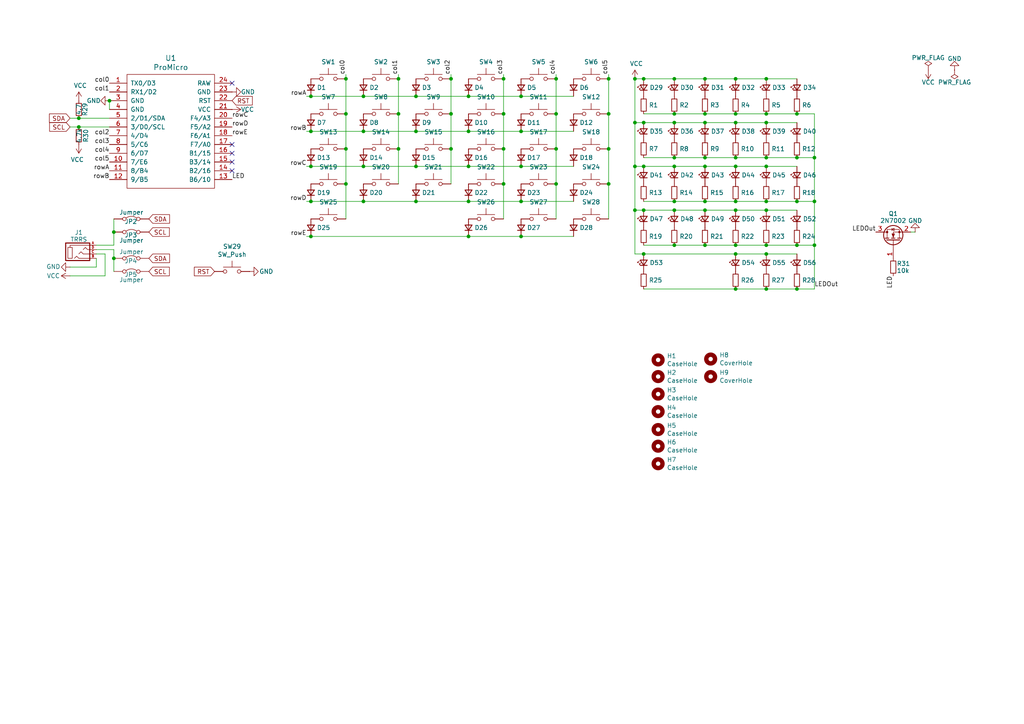
<source format=kicad_sch>
(kicad_sch (version 20250114) (generator "eeschema") (generator_version "9.0")
  (paper "A4")
  (lib_symbols
    (symbol "Device:D_Small" (pin_numbers (hide yes)) (pin_names (offset 0.254) (hide yes))
      (property "Reference" "D" (at -1.27 2.032 0))
      (property "Value" "D_Small" (at -3.81 -2.032 0))
      (symbol "D_Small_1_1"
        (pin passive line (at -2.54 0 0) (length 1.778) (name "K") (number "1"))
        (pin passive line (at 2.54 0 180) (length 1.778) (name "A") (number "2"))
      )
    )
    (symbol "Device:LED_Small" (pin_numbers (hide yes)) (pin_names (offset 0.254) (hide yes))
      (property "Reference" "D" (at -1.27 3.175 0))
      (property "Value" "LED_Small" (at -4.445 -2.54 0))
      (symbol "LED_Small_1_1"
        (pin passive line (at -2.54 0 0) (length 1.778) (name "K") (number "1"))
        (pin passive line (at 2.54 0 180) (length 1.778) (name "A") (number "2"))
      )
    )
    (symbol "Device:R_Small" (pin_numbers (hide yes)) (pin_names (offset 0.254) (hide yes))
      (property "Reference" "R" (at 0 0 90))
      (property "Value" "R_Small" (at 1.778 0 90))
      (symbol "R_Small_1_1"
        (pin passive line (at 0 2.54 270) (length 0.762) (name "~") (number "1"))
        (pin passive line (at 0 -2.54 90) (length 0.762) (name "~") (number "2"))
      )
    )
    (symbol "Jumper:Jumper_2_Bridged" (pin_numbers (hide yes)) (pin_names (offset 0) (hide yes))
      (property "Reference" "JP" (at 0 1.905 0))
      (property "Value" "Jumper_2_Bridged" (at 0 -2.54 0))
      (symbol "Jumper_2_Bridged_1_1"
        (pin passive line (at -5.08 0 0) (length 2.54) (name "A") (number "1"))
        (pin passive line (at 5.08 0 180) (length 2.54) (name "B") (number "2"))
      )
    )
    (symbol "Mechanical:MountingHole" (pin_names (offset 1.016)) (in_bom no)
      (property "Reference" "H" (at 0 5.08 0))
      (property "Value" "MountingHole" (at 0 3.175 0))
    )
    (symbol "Switch:SW_Push" (pin_numbers (hide yes)) (pin_names (offset 1.016) (hide yes))
      (property "Reference" "SW" (at 1.27 2.54 0))
      (property "Value" "SW_Push" (at 0 -1.524 0))
      (symbol "SW_Push_0_1"
        (pin passive line (at -5.08 0 0) (length 2.54) (name "1") (number "1"))
        (pin passive line (at 5.08 0 180) (length 2.54) (name "2") (number "2"))
      )
    )
    (symbol "Transistor_FET:2N7002" (pin_names (offset 0) (hide yes))
      (property "Reference" "Q" (at 5.08 1.905 0))
      (property "Value" "2N7002" (at 5.08 0 0))
      (symbol "2N7002_1_1"
        (pin input line (at -5.08 0 0) (length 2.54) (name "G") (number "1"))
        (pin passive line (at 2.54 5.08 270) (length 2.54) (name "D") (number "3"))
        (pin passive line (at 2.54 -5.08 90) (length 2.54) (name "S") (number "2"))
      )
    )
    (symbol "kbd:MJ-4PP-9" (pin_names (offset 1.016))
      (property "Reference" "J" (at 0 3.81 0))
      (property "Value" "kbd_MJ-4PP-9" (at 0 -3.81 0))
      (symbol "MJ-4PP-9_1_1"
        (pin input line (at 5.08 1.905 180) (length 2.0066) (name "~") (number "A"))
        (pin input line (at 5.08 0.635 180) (length 2.0066) (name "~") (number "D"))
        (pin input line (at 5.08 -0.635 180) (length 2.0066) (name "~") (number "C"))
        (pin input line (at 5.08 -1.905 180) (length 2.0066) (name "~") (number "B"))
      )
    )
    (symbol "kbd:ProMicro" (pin_names (offset 1.016))
      (property "Reference" "U" (at 0 24.13 0))
      (property "Value" "kbd_ProMicro" (at 0 -13.97 0))
      (symbol "ProMicro_1_1"
        (pin bidirectional line (at -17.78 19.05 0) (length 5.08) (name "TX0/D3") (number "1"))
        (pin bidirectional line (at -17.78 16.51 0) (length 5.08) (name "RX1/D2") (number "2"))
        (pin power_in line (at -17.78 13.97 0) (length 5.08) (name "GND") (number "3"))
        (pin power_in line (at -17.78 11.43 0) (length 5.08) (name "GND") (number "4"))
        (pin bidirectional line (at -17.78 8.89 0) (length 5.08) (name "2/D1/SDA") (number "5"))
        (pin bidirectional line (at -17.78 6.35 0) (length 5.08) (name "3/D0/SCL") (number "6"))
        (pin bidirectional line (at -17.78 3.81 0) (length 5.08) (name "4/D4") (number "7"))
        (pin bidirectional line (at -17.78 1.27 0) (length 5.08) (name "5/C6") (number "8"))
        (pin bidirectional line (at -17.78 -1.27 0) (length 5.08) (name "6/D7") (number "9"))
        (pin bidirectional line (at -17.78 -3.81 0) (length 5.08) (name "7/E6") (number "10"))
        (pin bidirectional line (at -17.78 -6.35 0) (length 5.08) (name "8/B4") (number "11"))
        (pin bidirectional line (at -17.78 -8.89 0) (length 5.08) (name "9/B5") (number "12"))
        (pin power_out line (at 17.78 19.05 180) (length 5.08) (name "RAW") (number "24"))
        (pin power_in line (at 17.78 16.51 180) (length 5.08) (name "GND") (number "23"))
        (pin input line (at 17.78 13.97 180) (length 5.08) (name "RST") (number "22"))
        (pin power_in line (at 17.78 11.43 180) (length 5.08) (name "VCC") (number "21"))
        (pin bidirectional line (at 17.78 8.89 180) (length 5.08) (name "F4/A3") (number "20"))
        (pin bidirectional line (at 17.78 6.35 180) (length 5.08) (name "F5/A2") (number "19"))
        (pin bidirectional line (at 17.78 3.81 180) (length 5.08) (name "F6/A1") (number "18"))
        (pin bidirectional line (at 17.78 1.27 180) (length 5.08) (name "F7/A0") (number "17"))
        (pin bidirectional line (at 17.78 -1.27 180) (length 5.08) (name "B1/15") (number "16"))
        (pin bidirectional line (at 17.78 -3.81 180) (length 5.08) (name "B3/14") (number "15"))
        (pin bidirectional line (at 17.78 -6.35 180) (length 5.08) (name "B2/16") (number "14"))
        (pin bidirectional line (at 17.78 -8.89 180) (length 5.08) (name "B6/10") (number "13"))
      )
    )
    (symbol "power:GND" (power) (pin_numbers (hide yes)) (pin_names (offset 0) (hide yes))
      (property "Value" "GND" (at 0 -3.81 0))
      (symbol "GND_1_1"
        (pin power_in line (at 0 0 270) (length 0) (name "~") (number "1"))
      )
    )
    (symbol "power:PWR_FLAG" (power) (pin_numbers (hide yes)) (pin_names (offset 0) (hide yes))
      (property "Value" "PWR_FLAG" (at 0 3.81 0))
      (symbol "PWR_FLAG_0_0"
        (pin power_out line (at 0 0 90) (length 0) (name "~") (number "1"))
      )
    )
    (symbol "power:VCC" (power) (pin_numbers (hide yes)) (pin_names (offset 0) (hide yes))
      (property "Value" "VCC" (at 0 3.556 0))
      (symbol "VCC_1_1"
        (pin power_in line (at 0 0 90) (length 0) (name "~") (number "1"))
      )
    )
  )
  (junction (at 186.69 22.86))
  (junction (at 120.65 48.26))
  (junction (at 22.86 34.29))
  (junction (at 90.17 38.1))
  (junction (at 105.41 27.94))
  (junction (at 90.17 27.94))
  (junction (at 120.65 38.1))
  (junction (at 146.05 53.34))
  (junction (at 204.47 45.72))
  (junction (at 222.25 48.26))
  (junction (at 231.14 71.12))
  (junction (at 213.36 45.72))
  (junction (at 231.14 45.72))
  (junction (at 135.89 68.58))
  (junction (at 105.41 38.1))
  (junction (at 90.17 68.58))
  (junction (at 195.58 58.42))
  (junction (at 213.36 35.56))
  (junction (at 222.25 83.82))
  (junction (at 204.47 35.56))
  (junction (at 135.89 27.94))
  (junction (at 195.58 48.26))
  (junction (at 204.47 71.12))
  (junction (at 195.58 71.12))
  (junction (at 186.69 60.96))
  (junction (at 186.69 35.56))
  (junction (at 204.47 58.42))
  (junction (at 90.17 48.26))
  (junction (at 176.53 22.86))
  (junction (at 161.29 22.86))
  (junction (at 151.13 27.94))
  (junction (at 231.14 83.82))
  (junction (at 195.58 60.96))
  (junction (at 146.05 33.02))
  (junction (at 100.33 53.34))
  (junction (at 33.02 74.93))
  (junction (at 236.22 71.12))
  (junction (at 105.41 58.42))
  (junction (at 213.36 73.66))
  (junction (at 204.47 22.86))
  (junction (at 195.58 22.86))
  (junction (at 204.47 48.26))
  (junction (at 120.65 58.42))
  (junction (at 130.81 33.02))
  (junction (at 213.36 58.42))
  (junction (at 186.69 48.26))
  (junction (at 151.13 58.42))
  (junction (at 213.36 33.02))
  (junction (at 213.36 48.26))
  (junction (at 184.15 60.96))
  (junction (at 222.25 45.72))
  (junction (at 186.69 73.66))
  (junction (at 222.25 71.12))
  (junction (at 231.14 58.42))
  (junction (at 146.05 22.86))
  (junction (at 151.13 48.26))
  (junction (at 146.05 43.18))
  (junction (at 195.58 45.72))
  (junction (at 100.33 22.86))
  (junction (at 204.47 60.96))
  (junction (at 184.15 48.26))
  (junction (at 222.25 33.02))
  (junction (at 222.25 22.86))
  (junction (at 151.13 68.58))
  (junction (at 100.33 33.02))
  (junction (at 231.14 33.02))
  (junction (at 31.75 29.21))
  (junction (at 176.53 43.18))
  (junction (at 135.89 58.42))
  (junction (at 161.29 33.02))
  (junction (at 33.02 67.31))
  (junction (at 195.58 35.56))
  (junction (at 204.47 33.02))
  (junction (at 161.29 53.34))
  (junction (at 222.25 60.96))
  (junction (at 115.57 33.02))
  (junction (at 213.36 22.86))
  (junction (at 213.36 83.82))
  (junction (at 130.81 22.86))
  (junction (at 184.15 22.86))
  (junction (at 130.81 43.18))
  (junction (at 213.36 71.12))
  (junction (at 184.15 35.56))
  (junction (at 135.89 48.26))
  (junction (at 176.53 53.34))
  (junction (at 213.36 60.96))
  (junction (at 236.22 58.42))
  (junction (at 90.17 58.42))
  (junction (at 222.25 73.66))
  (junction (at 22.86 36.83))
  (junction (at 161.29 43.18))
  (junction (at 115.57 43.18))
  (junction (at 222.25 58.42))
  (junction (at 115.57 22.86))
  (junction (at 195.58 33.02))
  (junction (at 135.89 38.1))
  (junction (at 236.22 45.72))
  (junction (at 105.41 48.26))
  (junction (at 222.25 35.56))
  (junction (at 151.13 38.1))
  (junction (at 176.53 33.02))
  (junction (at 100.33 43.18))
  (junction (at 120.65 27.94))
  (no_connect (at 67.31 49.53))
  (no_connect (at 67.31 46.99))
  (no_connect (at 67.31 24.13))
  (no_connect (at 67.31 41.91))
  (no_connect (at 67.31 44.45))
  (wire (pts (xy 22.86 36.83) (xy 31.75 36.83)))
  (wire (pts (xy 88.9 27.94) (xy 90.17 27.94)))
  (wire (pts (xy 231.14 83.82) (xy 236.22 83.82)))
  (wire (pts (xy 231.14 33.02) (xy 236.22 33.02)))
  (wire (pts (xy 186.69 48.26) (xy 184.15 48.26)))
  (wire (pts (xy 186.69 83.82) (xy 213.36 83.82)))
  (wire (pts (xy 231.14 45.72) (xy 222.25 45.72)))
  (wire (pts (xy 27.94 77.47) (xy 20.32 77.47)))
  (wire (pts (xy 204.47 33.02) (xy 195.58 33.02)))
  (wire (pts (xy 135.89 68.58) (xy 151.13 68.58)))
  (wire (pts (xy 213.36 33.02) (xy 204.47 33.02)))
  (wire (pts (xy 135.89 27.94) (xy 151.13 27.94)))
  (wire (pts (xy 222.25 71.12) (xy 213.36 71.12)))
  (wire (pts (xy 231.14 58.42) (xy 236.22 58.42)))
  (wire (pts (xy 100.33 33.02) (xy 100.33 22.86)))
  (wire (pts (xy 130.81 21.59) (xy 130.81 22.86)))
  (wire (pts (xy 120.65 38.1) (xy 135.89 38.1)))
  (wire (pts (xy 204.47 71.12) (xy 195.58 71.12)))
  (wire (pts (xy 222.25 73.66) (xy 231.14 73.66)))
  (wire (pts (xy 130.81 43.18) (xy 130.81 53.34)))
  (wire (pts (xy 195.58 22.86) (xy 204.47 22.86)))
  (wire (pts (xy 151.13 68.58) (xy 166.37 68.58)))
  (wire (pts (xy 231.14 45.72) (xy 236.22 45.72)))
  (wire (pts (xy 186.69 73.66) (xy 213.36 73.66)))
  (wire (pts (xy 90.17 68.58) (xy 135.89 68.58)))
  (wire (pts (xy 161.29 43.18) (xy 161.29 33.02)))
  (wire (pts (xy 213.36 73.66) (xy 222.25 73.66)))
  (wire (pts (xy 186.69 35.56) (xy 195.58 35.56)))
  (wire (pts (xy 90.17 38.1) (xy 105.41 38.1)))
  (wire (pts (xy 213.36 45.72) (xy 204.47 45.72)))
  (wire (pts (xy 176.53 43.18) (xy 176.53 33.02)))
  (wire (pts (xy 27.94 74.93) (xy 27.94 77.47)))
  (wire (pts (xy 236.22 58.42) (xy 236.22 71.12)))
  (wire (pts (xy 146.05 63.5) (xy 146.05 53.34)))
  (wire (pts (xy 184.15 35.56) (xy 184.15 22.86)))
  (wire (pts (xy 100.33 63.5) (xy 100.33 53.34)))
  (wire (pts (xy 161.29 63.5) (xy 161.29 53.34)))
  (wire (pts (xy 184.15 60.96) (xy 184.15 48.26)))
  (wire (pts (xy 222.25 58.42) (xy 213.36 58.42)))
  (wire (pts (xy 265.43 67.31) (xy 264.16 67.31)))
  (wire (pts (xy 222.25 60.96) (xy 231.14 60.96)))
  (wire (pts (xy 186.69 73.66) (xy 184.15 73.66)))
  (wire (pts (xy 100.33 43.18) (xy 100.33 33.02)))
  (wire (pts (xy 213.36 48.26) (xy 222.25 48.26)))
  (wire (pts (xy 236.22 45.72) (xy 236.22 58.42)))
  (wire (pts (xy 151.13 38.1) (xy 166.37 38.1)))
  (wire (pts (xy 105.41 58.42) (xy 120.65 58.42)))
  (wire (pts (xy 186.69 35.56) (xy 184.15 35.56)))
  (wire (pts (xy 135.89 38.1) (xy 151.13 38.1)))
  (wire (pts (xy 33.02 71.12) (xy 33.02 67.31)))
  (wire (pts (xy 204.47 45.72) (xy 195.58 45.72)))
  (wire (pts (xy 231.14 71.12) (xy 222.25 71.12)))
  (wire (pts (xy 88.9 38.1) (xy 90.17 38.1)))
  (wire (pts (xy 105.41 38.1) (xy 120.65 38.1)))
  (wire (pts (xy 88.9 48.26) (xy 90.17 48.26)))
  (wire (pts (xy 146.05 53.34) (xy 146.05 43.18)))
  (wire (pts (xy 33.02 67.31) (xy 33.02 63.5)))
  (wire (pts (xy 222.25 33.02) (xy 213.36 33.02)))
  (wire (pts (xy 213.36 71.12) (xy 204.47 71.12)))
  (wire (pts (xy 100.33 21.59) (xy 100.33 22.86)))
  (wire (pts (xy 222.25 83.82) (xy 231.14 83.82)))
  (wire (pts (xy 213.36 83.82) (xy 222.25 83.82)))
  (wire (pts (xy 176.53 53.34) (xy 176.53 43.18)))
  (wire (pts (xy 186.69 22.86) (xy 184.15 22.86)))
  (wire (pts (xy 222.25 48.26) (xy 231.14 48.26)))
  (wire (pts (xy 231.14 58.42) (xy 222.25 58.42)))
  (wire (pts (xy 135.89 58.42) (xy 151.13 58.42)))
  (wire (pts (xy 33.02 72.39) (xy 33.02 74.93)))
  (wire (pts (xy 151.13 48.26) (xy 166.37 48.26)))
  (wire (pts (xy 176.53 63.5) (xy 176.53 53.34)))
  (wire (pts (xy 204.47 22.86) (xy 213.36 22.86)))
  (wire (pts (xy 222.25 45.72) (xy 213.36 45.72)))
  (wire (pts (xy 195.58 35.56) (xy 204.47 35.56)))
  (wire (pts (xy 130.81 33.02) (xy 130.81 43.18)))
  (wire (pts (xy 146.05 43.18) (xy 146.05 33.02)))
  (wire (pts (xy 213.36 35.56) (xy 222.25 35.56)))
  (wire (pts (xy 115.57 53.34) (xy 115.57 43.18)))
  (wire (pts (xy 90.17 58.42) (xy 105.41 58.42)))
  (wire (pts (xy 31.75 31.75) (xy 31.75 29.21)))
  (wire (pts (xy 204.47 58.42) (xy 195.58 58.42)))
  (wire (pts (xy 184.15 73.66) (xy 184.15 60.96)))
  (wire (pts (xy 184.15 48.26) (xy 184.15 35.56)))
  (wire (pts (xy 90.17 48.26) (xy 105.41 48.26)))
  (wire (pts (xy 27.94 71.12) (xy 33.02 71.12)))
  (wire (pts (xy 222.25 35.56) (xy 231.14 35.56)))
  (wire (pts (xy 33.02 74.93) (xy 33.02 78.74)))
  (wire (pts (xy 176.53 22.86) (xy 176.53 33.02)))
  (wire (pts (xy 88.9 58.42) (xy 90.17 58.42)))
  (wire (pts (xy 186.69 60.96) (xy 184.15 60.96)))
  (wire (pts (xy 236.22 71.12) (xy 236.22 83.82)))
  (wire (pts (xy 222.25 22.86) (xy 231.14 22.86)))
  (wire (pts (xy 130.81 22.86) (xy 130.81 33.02)))
  (wire (pts (xy 195.58 45.72) (xy 186.69 45.72)))
  (wire (pts (xy 105.41 48.26) (xy 120.65 48.26)))
  (wire (pts (xy 151.13 58.42) (xy 166.37 58.42)))
  (wire (pts (xy 231.14 71.12) (xy 236.22 71.12)))
  (wire (pts (xy 27.94 72.39) (xy 33.02 72.39)))
  (wire (pts (xy 186.69 60.96) (xy 195.58 60.96)))
  (wire (pts (xy 186.69 22.86) (xy 195.58 22.86)))
  (wire (pts (xy 195.58 33.02) (xy 186.69 33.02)))
  (wire (pts (xy 115.57 43.18) (xy 115.57 33.02)))
  (wire (pts (xy 204.47 60.96) (xy 213.36 60.96)))
  (wire (pts (xy 195.58 60.96) (xy 204.47 60.96)))
  (wire (pts (xy 204.47 48.26) (xy 213.36 48.26)))
  (wire (pts (xy 213.36 60.96) (xy 222.25 60.96)))
  (wire (pts (xy 27.94 73.66) (xy 30.48 73.66)))
  (wire (pts (xy 120.65 48.26) (xy 135.89 48.26)))
  (wire (pts (xy 105.41 27.94) (xy 120.65 27.94)))
  (wire (pts (xy 161.29 21.59) (xy 161.29 22.86)))
  (wire (pts (xy 30.48 73.66) (xy 30.48 80.01)))
  (wire (pts (xy 90.17 27.94) (xy 105.41 27.94)))
  (wire (pts (xy 146.05 21.59) (xy 146.05 22.86)))
  (wire (pts (xy 151.13 27.94) (xy 166.37 27.94)))
  (wire (pts (xy 231.14 33.02) (xy 222.25 33.02)))
  (wire (pts (xy 120.65 58.42) (xy 135.89 58.42)))
  (wire (pts (xy 236.22 33.02) (xy 236.22 45.72)))
  (wire (pts (xy 186.69 48.26) (xy 195.58 48.26)))
  (wire (pts (xy 213.36 22.86) (xy 222.25 22.86)))
  (wire (pts (xy 161.29 53.34) (xy 161.29 43.18)))
  (wire (pts (xy 146.05 33.02) (xy 146.05 22.86)))
  (wire (pts (xy 30.48 80.01) (xy 20.32 80.01)))
  (wire (pts (xy 20.32 34.29) (xy 22.86 34.29)))
  (wire (pts (xy 120.65 27.94) (xy 135.89 27.94)))
  (wire (pts (xy 195.58 58.42) (xy 186.69 58.42)))
  (wire (pts (xy 115.57 33.02) (xy 115.57 22.86)))
  (wire (pts (xy 161.29 33.02) (xy 161.29 22.86)))
  (wire (pts (xy 115.57 21.59) (xy 115.57 22.86)))
  (wire (pts (xy 88.9 68.58) (xy 90.17 68.58)))
  (wire (pts (xy 22.86 34.29) (xy 31.75 34.29)))
  (wire (pts (xy 195.58 71.12) (xy 186.69 71.12)))
  (wire (pts (xy 135.89 48.26) (xy 151.13 48.26)))
  (wire (pts (xy 176.53 21.59) (xy 176.53 22.86)))
  (wire (pts (xy 213.36 58.42) (xy 204.47 58.42)))
  (wire (pts (xy 195.58 48.26) (xy 204.47 48.26)))
  (wire (pts (xy 20.32 36.83) (xy 22.86 36.83)))
  (wire (pts (xy 204.47 35.56) (xy 213.36 35.56)))
  (wire (pts (xy 100.33 53.34) (xy 100.33 43.18)))
  (label "rowD" (at 88.9 58.42 180))
  (label "col4" (at 31.75 44.45 180))
  (label "LEDOut" (at 254 67.31 180))
  (label "LEDOut" (at 236.22 83.439 0))
  (label "rowB" (at 31.75 52.07 180))
  (label "col2" (at 130.81 21.59 90))
  (label "rowC" (at 88.9 48.26 180))
  (label "rowB" (at 88.9 38.1 180))
  (label "rowE" (at 67.31 39.37 0))
  (label "rowD" (at 67.31 36.83 0))
  (label "col3" (at 31.75 41.91 180))
  (label "col4" (at 161.29 21.59 90))
  (label "rowA" (at 88.9 27.94 180))
  (label "col0" (at 31.75 24.13 180))
  (label "col1" (at 115.57 21.59 90))
  (label "col3" (at 146.05 21.59 90))
  (label "col5" (at 31.75 46.99 180))
  (label "rowC" (at 67.31 34.29 0))
  (label "rowA" (at 31.75 49.53 180))
  (label "col2" (at 31.75 39.37 180))
  (label "col1" (at 31.75 26.67 180))
  (label "rowE" (at 88.9 68.58 180))
  (label "col0" (at 100.33 21.59 90))
  (label "col5" (at 176.53 21.59 90))
  (label "LED" (at 67.31 52.07 0))
  (label "LED" (at 259.08 80.01 270))
  (global_label "SCL" (shape input) (at 20.32 36.83 180) (property "Intersheetrefs" "${INTERSHEET_REFS}" (effects (hide yes))))
  (global_label "SDA" (shape input) (at 43.18 63.5 0) (property "Intersheetrefs" "${INTERSHEET_REFS}" (effects (hide yes))))
  (global_label "RST" (shape input) (at 62.23 78.74 180) (property "Intersheetrefs" "${INTERSHEET_REFS}" (effects (hide yes))))
  (global_label "RST" (shape input) (at 67.31 29.21 0) (property "Intersheetrefs" "${INTERSHEET_REFS}" (effects (hide yes))))
  (global_label "SDA" (shape input) (at 43.18 74.93 0) (property "Intersheetrefs" "${INTERSHEET_REFS}" (effects (hide yes))))
  (global_label "SDA" (shape input) (at 20.32 34.29 180) (property "Intersheetrefs" "${INTERSHEET_REFS}" (effects (hide yes))))
  (global_label "SCL" (shape input) (at 43.18 67.31 0) (property "Intersheetrefs" "${INTERSHEET_REFS}" (effects (hide yes))))
  (global_label "SCL" (shape input) (at 43.18 78.74 0) (property "Intersheetrefs" "${INTERSHEET_REFS}" (effects (hide yes))))
  (symbol (lib_id "kbd:ProMicro") (at 49.53 43.18 0) (unit 1)
    (property "Reference" "U1" (at 49.53 16.8402 0) (effects (font (size 1.524 1.524))))
    (property "Value" "ProMicro" (at 49.53 19.5326 0) (effects (font (size 1.524 1.524))))
    (property "Footprint" "Used_Footprints:ProMicro_TwoSide" (effects (hide yes)))
  )
  (symbol (lib_id "Device:R_Small") (at 22.86 31.75 180) (unit 1)
    (property "Reference" "R29" (at 24.638 31.75 90))
    (property "Value" "4.7" (at 22.86 31.75 90))
    (property "Footprint" "Used_Footprints:Resistor_Hybrid_0805" (effects (hide yes)))
  )
  (symbol (lib_id "Device:R_Small") (at 22.86 39.37 180) (unit 1)
    (property "Reference" "R30" (at 24.892 39.37 90))
    (property "Value" "4.7k" (at 22.987 39.37 90))
    (property "Footprint" "Used_Footprints:Resistor_Hybrid_0805" (effects (hide yes)))
  )
  (symbol (lib_id "power:GND") (at 67.31 26.67 90) (unit 1)
    (property "Reference" "#PWR05" (effects (hide yes)))
    (property "Value" "GND" (at 69.85 26.67 90) (effects (justify right)))
  )
  (symbol (lib_id "power:VCC") (at 67.31 31.75 270) (unit 1)
    (property "Reference" "#PWR07" (effects (hide yes)))
    (property "Value" "VCC" (at 69.85 31.75 90) (effects (justify left)))
  )
  (symbol (lib_id "power:GND") (at 31.75 29.21 270) (unit 1)
    (property "Reference" "#PWR06" (effects (hide yes)))
    (property "Value" "GND" (at 29.21 29.21 90) (effects (justify right)))
  )
  (symbol (lib_id "Switch:SW_Push") (at 95.25 22.86 0) (unit 1)
    (property "Reference" "SW1" (at 95.25 17.9578 0))
    (property "Value" "SW_Push" (effects (hide yes)))
    (property "Footprint" "1symblos:cherry" (effects (hide yes)))
  )
  (symbol (lib_id "power:PWR_FLAG") (at 269.24 20.32 0) (unit 1)
    (property "Reference" "#FLG01" (effects (hide yes)))
    (property "Value" "PWR_FLAG" (at 269.24 16.764 0))
  )
  (symbol (lib_id "power:PWR_FLAG") (at 276.86 20.32 180) (unit 1)
    (property "Reference" "#FLG02" (effects (hide yes)))
    (property "Value" "PWR_FLAG" (at 276.86 23.876 0))
  )
  (symbol (lib_id "power:GND") (at 276.86 20.32 180) (unit 1)
    (property "Reference" "#PWR04" (effects (hide yes)))
    (property "Value" "GND" (at 276.86 17.018 0))
  )
  (symbol (lib_id "power:VCC") (at 269.24 20.32 180) (unit 1)
    (property "Reference" "#PWR03" (effects (hide yes)))
    (property "Value" "VCC" (at 269.24 23.876 0))
  )
  (symbol (lib_id "Switch:SW_Push") (at 110.49 22.86 0) (unit 1)
    (property "Reference" "SW2" (at 110.49 17.9578 0))
    (property "Value" "SW2" (effects (hide yes)))
    (property "Footprint" "1symblos:cherry" (effects (hide yes)))
  )
  (symbol (lib_id "Switch:SW_Push") (at 125.73 22.86 0) (unit 1)
    (property "Reference" "SW3" (at 125.73 17.9578 0))
    (property "Value" "SW_Push" (effects (hide yes)))
    (property "Footprint" "1symblos:cherry" (effects (hide yes)))
  )
  (symbol (lib_id "Switch:SW_Push") (at 140.97 22.86 0) (unit 1)
    (property "Reference" "SW4" (at 140.97 17.9578 0))
    (property "Value" "SW_Push" (effects (hide yes)))
    (property "Footprint" "1symblos:cherry" (effects (hide yes)))
  )
  (symbol (lib_id "Switch:SW_Push") (at 156.21 22.86 0) (unit 1)
    (property "Reference" "SW5" (at 156.21 17.9578 0))
    (property "Value" "SW_Push" (effects (hide yes)))
    (property "Footprint" "1symblos:cherry" (effects (hide yes)))
  )
  (symbol (lib_id "Switch:SW_Push") (at 171.45 22.86 0) (unit 1)
    (property "Reference" "SW6" (at 171.45 17.9578 0))
    (property "Value" "SW_Push" (effects (hide yes)))
    (property "Footprint" "1symblos:cherry" (effects (hide yes)))
  )
  (symbol (lib_id "Switch:SW_Push") (at 95.25 33.02 0) (unit 1)
    (property "Reference" "SW7" (at 95.25 28.1178 0))
    (property "Value" "SW_Push" (effects (hide yes)))
    (property "Footprint" "1symblos:cherry" (effects (hide yes)))
  )
  (symbol (lib_id "Switch:SW_Push") (at 110.49 33.02 0) (unit 1)
    (property "Reference" "SW8" (at 110.49 28.1178 0))
    (property "Value" "SW_Push" (effects (hide yes)))
    (property "Footprint" "1symblos:cherry" (effects (hide yes)))
  )
  (symbol (lib_id "Switch:SW_Push") (at 125.73 33.02 0) (unit 1)
    (property "Reference" "SW9" (at 125.73 28.1178 0))
    (property "Value" "SW_Push" (effects (hide yes)))
    (property "Footprint" "1symblos:cherry" (effects (hide yes)))
  )
  (symbol (lib_id "Switch:SW_Push") (at 140.97 33.02 0) (unit 1)
    (property "Reference" "SW10" (at 140.97 28.1178 0))
    (property "Value" "SW_Push" (effects (hide yes)))
    (property "Footprint" "1symblos:cherry" (effects (hide yes)))
  )
  (symbol (lib_id "Switch:SW_Push") (at 156.21 33.02 0) (unit 1)
    (property "Reference" "SW11" (at 156.21 28.1178 0))
    (property "Value" "SW_Push" (effects (hide yes)))
    (property "Footprint" "1symblos:cherry" (effects (hide yes)))
  )
  (symbol (lib_id "Switch:SW_Push") (at 171.45 33.02 0) (unit 1)
    (property "Reference" "SW12" (at 171.45 28.1178 0))
    (property "Value" "SW_Push" (effects (hide yes)))
    (property "Footprint" "1symblos:cherry" (effects (hide yes)))
  )
  (symbol (lib_id "Switch:SW_Push") (at 95.25 43.18 0) (unit 1)
    (property "Reference" "SW13" (at 95.25 38.2778 0))
    (property "Value" "SW_Push" (effects (hide yes)))
    (property "Footprint" "1symblos:cherry" (effects (hide yes)))
  )
  (symbol (lib_id "Switch:SW_Push") (at 110.49 43.18 0) (unit 1)
    (property "Reference" "SW14" (at 110.49 38.2778 0))
    (property "Value" "SW_Push" (effects (hide yes)))
    (property "Footprint" "1symblos:cherry" (effects (hide yes)))
  )
  (symbol (lib_id "Switch:SW_Push") (at 125.73 43.18 0) (unit 1)
    (property "Reference" "SW15" (at 125.73 38.2778 0))
    (property "Value" "SW_Push" (effects (hide yes)))
    (property "Footprint" "1symblos:cherry" (effects (hide yes)))
  )
  (symbol (lib_id "Switch:SW_Push") (at 140.97 43.18 0) (unit 1)
    (property "Reference" "SW16" (at 140.97 38.2778 0))
    (property "Value" "SW_Push" (effects (hide yes)))
    (property "Footprint" "1symblos:cherry" (effects (hide yes)))
  )
  (symbol (lib_id "Switch:SW_Push") (at 156.21 43.18 0) (unit 1)
    (property "Reference" "SW17" (at 156.21 38.2778 0))
    (property "Value" "SW_Push" (effects (hide yes)))
    (property "Footprint" "1symblos:cherry" (effects (hide yes)))
  )
  (symbol (lib_id "Switch:SW_Push") (at 171.45 43.18 0) (unit 1)
    (property "Reference" "SW18" (at 171.45 38.2778 0))
    (property "Value" "SW_Push" (effects (hide yes)))
    (property "Footprint" "1symblos:cherry" (effects (hide yes)))
  )
  (symbol (lib_id "Switch:SW_Push") (at 95.25 53.34 0) (unit 1)
    (property "Reference" "SW19" (at 95.25 48.4378 0))
    (property "Value" "SW_Push" (effects (hide yes)))
    (property "Footprint" "1symblos:cherry" (effects (hide yes)))
  )
  (symbol (lib_id "Switch:SW_Push") (at 110.49 53.34 0) (unit 1)
    (property "Reference" "SW20" (at 110.49 48.4378 0))
    (property "Value" "SW_Push" (effects (hide yes)))
    (property "Footprint" "1symblos:cherry" (effects (hide yes)))
  )
  (symbol (lib_id "Switch:SW_Push") (at 125.73 53.34 0) (unit 1)
    (property "Reference" "SW21" (at 125.73 48.4378 0))
    (property "Value" "SW_Push" (effects (hide yes)))
    (property "Footprint" "1symblos:cherry" (effects (hide yes)))
  )
  (symbol (lib_id "Switch:SW_Push") (at 140.97 53.34 0) (unit 1)
    (property "Reference" "SW22" (at 140.97 48.4378 0))
    (property "Value" "SW_Push" (effects (hide yes)))
    (property "Footprint" "1symblos:cherry" (effects (hide yes)))
  )
  (symbol (lib_id "Switch:SW_Push") (at 156.21 53.34 0) (unit 1)
    (property "Reference" "SW23" (at 156.21 48.4378 0))
    (property "Value" "SW_Push" (effects (hide yes)))
    (property "Footprint" "1symblos:cherry" (effects (hide yes)))
  )
  (symbol (lib_id "Switch:SW_Push") (at 171.45 53.34 0) (unit 1)
    (property "Reference" "SW24" (at 171.45 48.4378 0))
    (property "Value" "SW_Push" (effects (hide yes)))
    (property "Footprint" "1symblos:cherry" (effects (hide yes)))
  )
  (symbol (lib_id "Switch:SW_Push") (at 95.25 63.5 0) (unit 1)
    (property "Reference" "SW25" (at 95.25 58.5978 0))
    (property "Value" "SW_Push" (effects (hide yes)))
    (property "Footprint" "1symblos:cherry" (effects (hide yes)))
  )
  (symbol (lib_id "Switch:SW_Push") (at 140.97 63.5 0) (unit 1)
    (property "Reference" "SW26" (at 140.97 58.5978 0))
    (property "Value" "SW_Push" (effects (hide yes)))
    (property "Footprint" "1symblos:cherry" (effects (hide yes)))
  )
  (symbol (lib_id "Switch:SW_Push") (at 156.21 63.5 0) (unit 1)
    (property "Reference" "SW27" (at 156.21 58.5978 0))
    (property "Value" "SW_Push" (effects (hide yes)))
    (property "Footprint" "1symblos:cherry" (effects (hide yes)))
  )
  (symbol (lib_id "Switch:SW_Push") (at 171.45 63.5 0) (unit 1)
    (property "Reference" "SW28" (at 171.45 58.5978 0))
    (property "Value" "SW_Push" (effects (hide yes)))
    (property "Footprint" "1symblos:cherry" (effects (hide yes)))
  )
  (symbol (lib_id "Device:D_Small") (at 90.17 25.4 90) (unit 1)
    (property "Reference" "D1" (at 91.8972 25.4 90) (effects (justify right)))
    (property "Value" "D_Small" (effects (hide yes)))
    (property "Footprint" "Used_Footprints:Diode_Hybrid_SOD-123" (effects (hide yes)))
  )
  (symbol (lib_id "Device:D_Small") (at 105.41 25.4 90) (unit 1)
    (property "Reference" "D2" (at 107.1372 25.4 90) (effects (justify right)))
    (property "Value" "D_Small" (effects (hide yes)))
    (property "Footprint" "Used_Footprints:Diode_Hybrid_SOD-123" (effects (hide yes)))
  )
  (symbol (lib_id "Device:D_Small") (at 120.65 25.4 90) (unit 1)
    (property "Reference" "D3" (at 122.3772 25.4 90) (effects (justify right)))
    (property "Value" "D_Small" (effects (hide yes)))
    (property "Footprint" "Used_Footprints:Diode_Hybrid_SOD-123" (effects (hide yes)))
  )
  (symbol (lib_id "Device:D_Small") (at 135.89 25.4 90) (unit 1)
    (property "Reference" "D4" (at 137.6172 25.4 90) (effects (justify right)))
    (property "Value" "D_Small" (effects (hide yes)))
    (property "Footprint" "Used_Footprints:Diode_Hybrid_SOD-123" (effects (hide yes)))
  )
  (symbol (lib_id "Device:D_Small") (at 151.13 25.4 90) (unit 1)
    (property "Reference" "D5" (at 152.8572 25.4 90) (effects (justify right)))
    (property "Value" "D_Small" (effects (hide yes)))
    (property "Footprint" "Used_Footprints:Diode_Hybrid_SOD-123" (effects (hide yes)))
  )
  (symbol (lib_id "Device:D_Small") (at 166.37 25.4 90) (unit 1)
    (property "Reference" "D6" (at 168.0972 25.4 90) (effects (justify right)))
    (property "Value" "D_Small" (effects (hide yes)))
    (property "Footprint" "Used_Footprints:Diode_Hybrid_SOD-123" (effects (hide yes)))
  )
  (symbol (lib_id "Device:D_Small") (at 90.17 35.56 90) (unit 1)
    (property "Reference" "D7" (at 91.8972 35.56 90) (effects (justify right)))
    (property "Value" "D_Small" (effects (hide yes)))
    (property "Footprint" "Used_Footprints:Diode_Hybrid_SOD-123" (effects (hide yes)))
  )
  (symbol (lib_id "Device:D_Small") (at 105.41 35.56 90) (unit 1)
    (property "Reference" "D8" (at 107.1372 35.56 90) (effects (justify right)))
    (property "Value" "D_Small" (effects (hide yes)))
    (property "Footprint" "Used_Footprints:Diode_Hybrid_SOD-123" (effects (hide yes)))
  )
  (symbol (lib_id "Device:D_Small") (at 120.65 35.56 90) (unit 1)
    (property "Reference" "D9" (at 122.3772 35.56 90) (effects (justify right)))
    (property "Value" "D_Small" (effects (hide yes)))
    (property "Footprint" "Used_Footprints:Diode_Hybrid_SOD-123" (effects (hide yes)))
  )
  (symbol (lib_id "Device:D_Small") (at 135.89 35.56 90) (unit 1)
    (property "Reference" "D10" (at 137.6172 35.56 90) (effects (justify right)))
    (property "Value" "D_Small" (effects (hide yes)))
    (property "Footprint" "Used_Footprints:Diode_Hybrid_SOD-123" (effects (hide yes)))
  )
  (symbol (lib_id "Device:D_Small") (at 151.13 35.56 90) (unit 1)
    (property "Reference" "D11" (at 152.8572 35.56 90) (effects (justify right)))
    (property "Value" "D_Small" (effects (hide yes)))
    (property "Footprint" "Used_Footprints:Diode_Hybrid_SOD-123" (effects (hide yes)))
  )
  (symbol (lib_id "Device:D_Small") (at 166.37 35.56 90) (unit 1)
    (property "Reference" "D12" (at 168.0972 35.56 90) (effects (justify right)))
    (property "Value" "D_Small" (effects (hide yes)))
    (property "Footprint" "Used_Footprints:Diode_Hybrid_SOD-123" (effects (hide yes)))
  )
  (symbol (lib_id "Device:D_Small") (at 90.17 45.72 90) (unit 1)
    (property "Reference" "D13" (at 91.8972 45.72 90) (effects (justify right)))
    (property "Value" "D_Small" (effects (hide yes)))
    (property "Footprint" "Used_Footprints:Diode_Hybrid_SOD-123" (effects (hide yes)))
  )
  (symbol (lib_id "Device:D_Small") (at 105.41 45.72 90) (unit 1)
    (property "Reference" "D14" (at 107.1372 45.72 90) (effects (justify right)))
    (property "Value" "D_Small" (effects (hide yes)))
    (property "Footprint" "Used_Footprints:Diode_Hybrid_SOD-123" (effects (hide yes)))
  )
  (symbol (lib_id "Device:D_Small") (at 120.65 45.72 90) (unit 1)
    (property "Reference" "D15" (at 122.3772 45.72 90) (effects (justify right)))
    (property "Value" "D_Small" (effects (hide yes)))
    (property "Footprint" "Used_Footprints:Diode_Hybrid_SOD-123" (effects (hide yes)))
  )
  (symbol (lib_id "Device:D_Small") (at 135.89 45.72 90) (unit 1)
    (property "Reference" "D16" (at 137.6172 45.72 90) (effects (justify right)))
    (property "Value" "D_Small" (effects (hide yes)))
    (property "Footprint" "Used_Footprints:Diode_Hybrid_SOD-123" (effects (hide yes)))
  )
  (symbol (lib_id "Device:D_Small") (at 151.13 45.72 90) (unit 1)
    (property "Reference" "D17" (at 152.8572 45.72 90) (effects (justify right)))
    (property "Value" "D_Small" (effects (hide yes)))
    (property "Footprint" "Used_Footprints:Diode_Hybrid_SOD-123" (effects (hide yes)))
  )
  (symbol (lib_id "Device:D_Small") (at 166.37 45.72 90) (unit 1)
    (property "Reference" "D18" (at 168.0972 45.72 90) (effects (justify right)))
    (property "Value" "D_Small" (effects (hide yes)))
    (property "Footprint" "Used_Footprints:Diode_Hybrid_SOD-123" (effects (hide yes)))
  )
  (symbol (lib_id "Device:D_Small") (at 90.17 55.88 90) (unit 1)
    (property "Reference" "D19" (at 91.8972 55.88 90) (effects (justify right)))
    (property "Value" "D_Small" (effects (hide yes)))
    (property "Footprint" "Used_Footprints:Diode_Hybrid_SOD-123" (effects (hide yes)))
  )
  (symbol (lib_id "Device:D_Small") (at 105.41 55.88 90) (unit 1)
    (property "Reference" "D20" (at 107.1372 55.88 90) (effects (justify right)))
    (property "Value" "D_Small" (effects (hide yes)))
    (property "Footprint" "Used_Footprints:Diode_Hybrid_SOD-123" (effects (hide yes)))
  )
  (symbol (lib_id "Device:D_Small") (at 120.65 55.88 90) (unit 1)
    (property "Reference" "D21" (at 122.3772 55.88 90) (effects (justify right)))
    (property "Value" "D_Small" (effects (hide yes)))
    (property "Footprint" "Used_Footprints:Diode_Hybrid_SOD-123" (effects (hide yes)))
  )
  (symbol (lib_id "Device:D_Small") (at 135.89 55.88 90) (unit 1)
    (property "Reference" "D22" (at 137.6172 55.88 90) (effects (justify right)))
    (property "Value" "D_Small" (effects (hide yes)))
    (property "Footprint" "Used_Footprints:Diode_Hybrid_SOD-123" (effects (hide yes)))
  )
  (symbol (lib_id "Device:D_Small") (at 151.13 55.88 90) (unit 1)
    (property "Reference" "D23" (at 152.8572 55.88 90) (effects (justify right)))
    (property "Value" "D_Small" (effects (hide yes)))
    (property "Footprint" "Used_Footprints:Diode_Hybrid_SOD-123" (effects (hide yes)))
  )
  (symbol (lib_id "Device:D_Small") (at 166.37 55.88 90) (unit 1)
    (property "Reference" "D24" (at 168.0972 55.88 90) (effects (justify right)))
    (property "Value" "D_Small" (effects (hide yes)))
    (property "Footprint" "Used_Footprints:Diode_Hybrid_SOD-123" (effects (hide yes)))
  )
  (symbol (lib_id "Device:D_Small") (at 90.17 66.04 90) (unit 1)
    (property "Reference" "D25" (at 91.8972 66.04 90) (effects (justify right)))
    (property "Value" "D_Small" (effects (hide yes)))
    (property "Footprint" "_tergo_lib:Diode-Hybrid-2sided" (effects (hide yes)))
  )
  (symbol (lib_id "Device:D_Small") (at 135.89 66.04 90) (unit 1)
    (property "Reference" "D26" (at 137.6172 66.04 90) (effects (justify right)))
    (property "Value" "D_Small" (effects (hide yes)))
    (property "Footprint" "Used_Footprints:Diode_Hybrid_SOD-123" (effects (hide yes)))
  )
  (symbol (lib_id "Device:D_Small") (at 151.13 66.04 90) (unit 1)
    (property "Reference" "D27" (at 152.8572 66.04 90) (effects (justify right)))
    (property "Value" "D_Small" (effects (hide yes)))
    (property "Footprint" "Used_Footprints:Diode_Hybrid_SOD-123" (effects (hide yes)))
  )
  (symbol (lib_id "Device:D_Small") (at 166.37 66.04 90) (unit 1)
    (property "Reference" "D28" (at 168.0972 66.04 90) (effects (justify right)))
    (property "Value" "D_Small" (effects (hide yes)))
    (property "Footprint" "Used_Footprints:Diode_Hybrid_SOD-123" (effects (hide yes)))
  )
  (symbol (lib_id "Device:LED_Small") (at 186.69 25.4 90) (unit 1)
    (property "Reference" "D29" (at 188.4172 25.4 90) (effects (justify right)))
    (property "Value" "LED_Small" (effects (hide yes)))
    (property "Footprint" "_tergo_lib:LED_1.8mm" (effects (hide yes)))
  )
  (symbol (lib_id "Device:LED_Small") (at 195.58 25.4 90) (unit 1)
    (property "Reference" "D30" (at 197.3072 25.4 90) (effects (justify right)))
    (property "Value" "LED_Small" (effects (hide yes)))
    (property "Footprint" "_tergo_lib:LED_1.8mm" (effects (hide yes)))
  )
  (symbol (lib_id "Device:LED_Small") (at 204.47 25.4 90) (unit 1)
    (property "Reference" "D31" (at 206.1972 25.4 90) (effects (justify right)))
    (property "Value" "LED_Small" (effects (hide yes)))
    (property "Footprint" "_tergo_lib:LED_1.8mm" (effects (hide yes)))
  )
  (symbol (lib_id "Device:LED_Small") (at 213.36 25.4 90) (unit 1)
    (property "Reference" "D32" (at 215.0872 25.4 90) (effects (justify right)))
    (property "Value" "LED_Small" (effects (hide yes)))
    (property "Footprint" "_tergo_lib:LED_1.8mm" (effects (hide yes)))
  )
  (symbol (lib_id "Device:LED_Small") (at 222.25 25.4 90) (unit 1)
    (property "Reference" "D33" (at 223.9772 25.4 90) (effects (justify right)))
    (property "Value" "LED_Small" (effects (hide yes)))
    (property "Footprint" "_tergo_lib:LED_1.8mm" (effects (hide yes)))
  )
  (symbol (lib_id "Device:LED_Small") (at 231.14 25.4 90) (unit 1)
    (property "Reference" "D34" (at 232.8672 25.4 90) (effects (justify right)))
    (property "Value" "LED_Small" (effects (hide yes)))
    (property "Footprint" "_tergo_lib:LED_1.8mm" (effects (hide yes)))
  )
  (symbol (lib_id "Device:R_Small") (at 186.69 30.48 0) (unit 1)
    (property "Reference" "R1" (at 188.1886 30.48 0) (effects (justify left)))
    (property "Value" "R_Small" (effects (hide yes)))
    (property "Footprint" "Used_Footprints:Resistor_Hybrid_0805" (effects (hide yes)))
  )
  (symbol (lib_id "Device:R_Small") (at 195.58 30.48 0) (unit 1)
    (property "Reference" "R2" (at 197.0786 30.48 0) (effects (justify left)))
    (property "Value" "R_Small" (effects (hide yes)))
    (property "Footprint" "Used_Footprints:Resistor_Hybrid_0805" (effects (hide yes)))
  )
  (symbol (lib_id "Device:R_Small") (at 204.47 30.48 0) (unit 1)
    (property "Reference" "R3" (at 205.9686 30.48 0) (effects (justify left)))
    (property "Value" "R_Small" (effects (hide yes)))
    (property "Footprint" "Used_Footprints:Resistor_Hybrid_0805" (effects (hide yes)))
  )
  (symbol (lib_id "Device:R_Small") (at 213.36 30.48 0) (unit 1)
    (property "Reference" "R4" (at 214.8586 30.48 0) (effects (justify left)))
    (property "Value" "R_Small" (effects (hide yes)))
    (property "Footprint" "Used_Footprints:Resistor_Hybrid_0805" (effects (hide yes)))
  )
  (symbol (lib_id "Device:R_Small") (at 222.25 30.48 0) (unit 1)
    (property "Reference" "R5" (at 223.7486 30.48 0) (effects (justify left)))
    (property "Value" "R_Small" (effects (hide yes)))
    (property "Footprint" "Used_Footprints:Resistor_Hybrid_0805" (effects (hide yes)))
  )
  (symbol (lib_id "Device:R_Small") (at 231.14 30.48 0) (unit 1)
    (property "Reference" "R6" (at 232.6386 30.48 0) (effects (justify left)))
    (property "Value" "R_Small" (effects (hide yes)))
    (property "Footprint" "Used_Footprints:Resistor_Hybrid_0805" (effects (hide yes)))
  )
  (symbol (lib_id "Device:LED_Small") (at 186.69 38.1 90) (unit 1)
    (property "Reference" "D35" (at 188.4172 38.1 90) (effects (justify right)))
    (property "Value" "LED_Small" (effects (hide yes)))
    (property "Footprint" "_tergo_lib:LED_1.8mm" (effects (hide yes)))
  )
  (symbol (lib_id "Device:LED_Small") (at 195.58 38.1 90) (unit 1)
    (property "Reference" "D36" (at 197.3072 38.1 90) (effects (justify right)))
    (property "Value" "LED_Small" (effects (hide yes)))
    (property "Footprint" "_tergo_lib:LED_1.8mm" (effects (hide yes)))
  )
  (symbol (lib_id "Device:LED_Small") (at 204.47 38.1 90) (unit 1)
    (property "Reference" "D37" (at 206.1972 38.1 90) (effects (justify right)))
    (property "Value" "LED_Small" (effects (hide yes)))
    (property "Footprint" "_tergo_lib:LED_1.8mm" (effects (hide yes)))
  )
  (symbol (lib_id "Device:LED_Small") (at 213.36 38.1 90) (unit 1)
    (property "Reference" "D38" (at 215.0872 38.1 90) (effects (justify right)))
    (property "Value" "LED_Small" (effects (hide yes)))
    (property "Footprint" "_tergo_lib:LED_1.8mm" (effects (hide yes)))
  )
  (symbol (lib_id "Device:LED_Small") (at 222.25 38.1 90) (unit 1)
    (property "Reference" "D39" (at 223.9772 38.1 90) (effects (justify right)))
    (property "Value" "LED_Small" (effects (hide yes)))
    (property "Footprint" "_tergo_lib:LED_1.8mm" (effects (hide yes)))
  )
  (symbol (lib_id "Device:LED_Small") (at 231.14 38.1 90) (unit 1)
    (property "Reference" "D40" (at 232.8672 38.1 90) (effects (justify right)))
    (property "Value" "LED_Small" (effects (hide yes)))
    (property "Footprint" "_tergo_lib:LED_1.8mm" (effects (hide yes)))
  )
  (symbol (lib_id "Device:R_Small") (at 186.69 43.18 0) (unit 1)
    (property "Reference" "R7" (at 188.1886 43.18 0) (effects (justify left)))
    (property "Value" "R_Small" (effects (hide yes)))
    (property "Footprint" "Used_Footprints:Resistor_Hybrid_0805" (effects (hide yes)))
  )
  (symbol (lib_id "Device:R_Small") (at 195.58 43.18 0) (unit 1)
    (property "Reference" "R8" (at 197.0786 43.18 0) (effects (justify left)))
    (property "Value" "R_Small" (effects (hide yes)))
    (property "Footprint" "Used_Footprints:Resistor_Hybrid_0805" (effects (hide yes)))
  )
  (symbol (lib_id "Device:R_Small") (at 204.47 43.18 0) (unit 1)
    (property "Reference" "R9" (at 205.9686 43.18 0) (effects (justify left)))
    (property "Value" "R_Small" (effects (hide yes)))
    (property "Footprint" "Used_Footprints:Resistor_Hybrid_0805" (effects (hide yes)))
  )
  (symbol (lib_id "Device:R_Small") (at 213.36 43.18 0) (unit 1)
    (property "Reference" "R10" (at 214.8586 43.18 0) (effects (justify left)))
    (property "Value" "R_Small" (effects (hide yes)))
    (property "Footprint" "Used_Footprints:Resistor_Hybrid_0805" (effects (hide yes)))
  )
  (symbol (lib_id "Device:R_Small") (at 222.25 43.18 0) (unit 1)
    (property "Reference" "R11" (at 223.7486 43.18 0) (effects (justify left)))
    (property "Value" "R_Small" (effects (hide yes)))
    (property "Footprint" "Used_Footprints:Resistor_Hybrid_0805" (effects (hide yes)))
  )
  (symbol (lib_id "Device:R_Small") (at 231.14 43.18 0) (unit 1)
    (property "Reference" "R12" (at 232.6386 43.18 0) (effects (justify left)))
    (property "Value" "R_Small" (effects (hide yes)))
    (property "Footprint" "Used_Footprints:Resistor_Hybrid_0805" (effects (hide yes)))
  )
  (symbol (lib_id "Device:LED_Small") (at 186.69 50.8 90) (unit 1)
    (property "Reference" "D41" (at 188.4172 50.8 90) (effects (justify right)))
    (property "Value" "LED_Small" (effects (hide yes)))
    (property "Footprint" "_tergo_lib:LED_1.8mm" (effects (hide yes)))
  )
  (symbol (lib_id "Device:LED_Small") (at 195.58 50.8 90) (unit 1)
    (property "Reference" "D42" (at 197.3072 50.8 90) (effects (justify right)))
    (property "Value" "LED_Small" (effects (hide yes)))
    (property "Footprint" "_tergo_lib:LED_1.8mm" (effects (hide yes)))
  )
  (symbol (lib_id "Device:LED_Small") (at 204.47 50.8 90) (unit 1)
    (property "Reference" "D43" (at 206.1972 50.8 90) (effects (justify right)))
    (property "Value" "LED_Small" (effects (hide yes)))
    (property "Footprint" "_tergo_lib:LED_1.8mm" (effects (hide yes)))
  )
  (symbol (lib_id "Device:LED_Small") (at 213.36 50.8 90) (unit 1)
    (property "Reference" "D44" (at 215.0872 50.8 90) (effects (justify right)))
    (property "Value" "LED_Small" (effects (hide yes)))
    (property "Footprint" "_tergo_lib:LED_1.8mm" (effects (hide yes)))
  )
  (symbol (lib_id "Device:LED_Small") (at 222.25 50.8 90) (unit 1)
    (property "Reference" "D45" (at 223.9772 50.8 90) (effects (justify right)))
    (property "Value" "LED_Small" (effects (hide yes)))
    (property "Footprint" "_tergo_lib:LED_1.8mm" (effects (hide yes)))
  )
  (symbol (lib_id "Device:LED_Small") (at 231.14 50.8 90) (unit 1)
    (property "Reference" "D46" (at 232.8672 50.8 90) (effects (justify right)))
    (property "Value" "LED_Small" (effects (hide yes)))
    (property "Footprint" "_tergo_lib:LED_1.8mm" (effects (hide yes)))
  )
  (symbol (lib_id "Device:R_Small") (at 186.69 55.88 0) (unit 1)
    (property "Reference" "R13" (at 188.1886 55.88 0) (effects (justify left)))
    (property "Value" "R_Small" (effects (hide yes)))
    (property "Footprint" "Used_Footprints:Resistor_Hybrid_0805" (effects (hide yes)))
  )
  (symbol (lib_id "Device:R_Small") (at 195.58 55.88 0) (unit 1)
    (property "Reference" "R14" (at 197.0786 55.88 0) (effects (justify left)))
    (property "Value" "R_Small" (effects (hide yes)))
    (property "Footprint" "Used_Footprints:Resistor_Hybrid_0805" (effects (hide yes)))
  )
  (symbol (lib_id "Device:R_Small") (at 204.47 55.88 0) (unit 1)
    (property "Reference" "R15" (at 205.9686 55.88 0) (effects (justify left)))
    (property "Value" "R_Small" (effects (hide yes)))
    (property "Footprint" "Used_Footprints:Resistor_Hybrid_0805" (effects (hide yes)))
  )
  (symbol (lib_id "Device:R_Small") (at 213.36 55.88 0) (unit 1)
    (property "Reference" "R16" (at 214.8586 55.88 0) (effects (justify left)))
    (property "Value" "R_Small" (effects (hide yes)))
    (property "Footprint" "Used_Footprints:Resistor_Hybrid_0805" (effects (hide yes)))
  )
  (symbol (lib_id "Device:R_Small") (at 222.25 55.88 0) (unit 1)
    (property "Reference" "R17" (at 223.7486 55.88 0) (effects (justify left)))
    (property "Value" "R_Small" (effects (hide yes)))
    (property "Footprint" "Used_Footprints:Resistor_Hybrid_0805" (effects (hide yes)))
  )
  (symbol (lib_id "Device:R_Small") (at 231.14 55.88 0) (unit 1)
    (property "Reference" "R18" (at 232.6386 55.88 0) (effects (justify left)))
    (property "Value" "R_Small" (effects (hide yes)))
    (property "Footprint" "Used_Footprints:Resistor_Hybrid_0805" (effects (hide yes)))
  )
  (symbol (lib_id "Device:LED_Small") (at 186.69 63.5 90) (unit 1)
    (property "Reference" "D47" (at 188.4172 63.5 90) (effects (justify right)))
    (property "Value" "LED_Small" (effects (hide yes)))
    (property "Footprint" "_tergo_lib:LED_1.8mm" (effects (hide yes)))
  )
  (symbol (lib_id "Device:LED_Small") (at 195.58 63.5 90) (unit 1)
    (property "Reference" "D48" (at 197.3072 63.5 90) (effects (justify right)))
    (property "Value" "LED_Small" (effects (hide yes)))
    (property "Footprint" "_tergo_lib:LED_1.8mm" (effects (hide yes)))
  )
  (symbol (lib_id "Device:LED_Small") (at 204.47 63.5 90) (unit 1)
    (property "Reference" "D49" (at 206.1972 63.5 90) (effects (justify right)))
    (property "Value" "LED_Small" (effects (hide yes)))
    (property "Footprint" "_tergo_lib:LED_1.8mm" (effects (hide yes)))
  )
  (symbol (lib_id "Device:LED_Small") (at 213.36 63.5 90) (unit 1)
    (property "Reference" "D50" (at 215.0872 63.5 90) (effects (justify right)))
    (property "Value" "LED_Small" (effects (hide yes)))
    (property "Footprint" "_tergo_lib:LED_1.8mm" (effects (hide yes)))
  )
  (symbol (lib_id "Device:LED_Small") (at 222.25 63.5 90) (unit 1)
    (property "Reference" "D51" (at 223.9772 63.5 90) (effects (justify right)))
    (property "Value" "LED_Small" (effects (hide yes)))
    (property "Footprint" "_tergo_lib:LED_1.8mm" (effects (hide yes)))
  )
  (symbol (lib_id "Device:LED_Small") (at 231.14 63.5 90) (unit 1)
    (property "Reference" "D52" (at 232.8672 63.5 90) (effects (justify right)))
    (property "Value" "LED_Small" (effects (hide yes)))
    (property "Footprint" "_tergo_lib:LED_1.8mm" (effects (hide yes)))
  )
  (symbol (lib_id "Device:R_Small") (at 186.69 68.58 0) (unit 1)
    (property "Reference" "R19" (at 188.1886 68.58 0) (effects (justify left)))
    (property "Value" "R_Small" (effects (hide yes)))
    (property "Footprint" "Used_Footprints:Resistor_Hybrid_0805" (effects (hide yes)))
  )
  (symbol (lib_id "Device:R_Small") (at 195.58 68.58 0) (unit 1)
    (property "Reference" "R20" (at 197.0786 68.58 0) (effects (justify left)))
    (property "Value" "R_Small" (effects (hide yes)))
    (property "Footprint" "Used_Footprints:Resistor_Hybrid_0805" (effects (hide yes)))
  )
  (symbol (lib_id "Device:R_Small") (at 204.47 68.58 0) (unit 1)
    (property "Reference" "R21" (at 205.9686 68.58 0) (effects (justify left)))
    (property "Value" "R_Small" (effects (hide yes)))
    (property "Footprint" "Used_Footprints:Resistor_Hybrid_0805" (effects (hide yes)))
  )
  (symbol (lib_id "Device:R_Small") (at 213.36 68.58 0) (unit 1)
    (property "Reference" "R22" (at 214.8586 68.58 0) (effects (justify left)))
    (property "Value" "R_Small" (effects (hide yes)))
    (property "Footprint" "Used_Footprints:Resistor_Hybrid_0805" (effects (hide yes)))
  )
  (symbol (lib_id "Device:R_Small") (at 222.25 68.58 0) (unit 1)
    (property "Reference" "R23" (at 223.7486 68.58 0) (effects (justify left)))
    (property "Value" "R_Small" (effects (hide yes)))
    (property "Footprint" "Used_Footprints:Resistor_Hybrid_0805" (effects (hide yes)))
  )
  (symbol (lib_id "Device:R_Small") (at 231.14 68.58 0) (unit 1)
    (property "Reference" "R24" (at 232.6386 68.58 0) (effects (justify left)))
    (property "Value" "R_Small" (effects (hide yes)))
    (property "Footprint" "Used_Footprints:Resistor_Hybrid_0805" (effects (hide yes)))
  )
  (symbol (lib_id "Device:LED_Small") (at 186.69 76.2 90) (unit 1)
    (property "Reference" "D53" (at 188.4172 76.2 90) (effects (justify right)))
    (property "Value" "LED_Small" (effects (hide yes)))
    (property "Footprint" "_tergo_lib:LED_1.8mm" (effects (hide yes)))
  )
  (symbol (lib_id "Device:R_Small") (at 186.69 81.28 0) (unit 1)
    (property "Reference" "R25" (at 188.1886 81.28 0) (effects (justify left)))
    (property "Value" "R_Small" (effects (hide yes)))
    (property "Footprint" "_tergo_lib:Resistor-Hybrid-2sided" (effects (hide yes)))
  )
  (symbol (lib_id "Transistor_FET:2N7002") (at 259.08 69.85 90) (unit 1)
    (property "Reference" "Q1" (at 259.08 61.976 90))
    (property "Value" "2N7002" (at 259.08 64.008 90))
    (property "Footprint" "Used_Footprints:SOT-23" (effects (hide yes)))
    (property "Datasheet" "https://www.fairchildsemi.com/datasheets/2N/2N7002.pdf" (effects (hide yes)))
  )
  (symbol (lib_id "power:GND") (at 265.43 67.31 180) (unit 1)
    (property "Reference" "#PWR012" (effects (hide yes)))
    (property "Value" "GND" (at 265.43 64.008 0))
  )
  (symbol (lib_id "Device:R_Small") (at 259.08 77.47 0) (unit 1)
    (property "Reference" "R31" (at 260.096 76.454 0) (effects (justify left)))
    (property "Value" "10k" (at 260.096 78.486 0) (effects (justify left)))
    (property "Footprint" "Used_Footprints:Resistor_Hybrid_0805" (effects (hide yes)))
  )
  (symbol (lib_id "power:VCC") (at 184.15 22.86 0) (unit 1)
    (property "Reference" "#PWR02" (effects (hide yes)))
    (property "Value" "VCC" (at 184.5818 18.4658 0))
  )
  (symbol (lib_id "power:VCC") (at 22.86 29.21 0) (unit 1)
    (property "Reference" "#PWR0101" (effects (hide yes)))
    (property "Value" "VCC" (at 23.2918 24.8158 0))
  )
  (symbol (lib_id "Switch:SW_Push") (at 67.31 78.74 0) (unit 1)
    (property "Reference" "SW29" (at 67.31 71.501 0))
    (property "Value" "SW_Push" (at 67.31 73.8124 0))
    (property "Footprint" "Used_Footprints:Reset_Switch" (effects (hide yes)))
  )
  (symbol (lib_id "power:VCC") (at 22.86 41.91 180) (unit 1)
    (property "Reference" "#PWR0102" (effects (hide yes)))
    (property "Value" "VCC" (at 22.4028 46.3042 0))
  )
  (symbol (lib_id "power:GND") (at 72.39 78.74 90) (unit 1)
    (property "Reference" "#PWR01" (effects (hide yes)))
    (property "Value" "GND" (at 75.184 78.74 90) (effects (justify right)))
  )
  (symbol (lib_id "kbd:MJ-4PP-9") (at 22.86 73.025 0) (unit 1)
    (property "Reference" "J1" (at 22.86 67.437 0))
    (property "Value" "TRRS" (at 22.86 69.469 0))
    (property "Footprint" "1symblos:MJ-4PP-9_Dual" (effects (hide yes)))
  )
  (symbol (lib_id "Mechanical:MountingHole") (at 190.881 104.394 0) (unit 1)
    (property "Reference" "H1" (at 193.421 103.2256 0) (effects (justify left)))
    (property "Value" "CaseHole" (at 193.421 105.537 0) (effects (justify left)))
    (property "Footprint" "Used_Footprints:MountHole" (effects (hide yes)))
  )
  (symbol (lib_id "Mechanical:MountingHole") (at 190.881 109.22 0) (unit 1)
    (property "Reference" "H2" (at 193.421 108.0516 0) (effects (justify left)))
    (property "Value" "CaseHole" (at 193.421 110.363 0) (effects (justify left)))
    (property "Footprint" "Used_Footprints:MountHole" (effects (hide yes)))
  )
  (symbol (lib_id "Mechanical:MountingHole") (at 190.881 114.3 0) (unit 1)
    (property "Reference" "H3" (at 193.421 113.1316 0) (effects (justify left)))
    (property "Value" "CaseHole" (at 193.421 115.443 0) (effects (justify left)))
    (property "Footprint" "Used_Footprints:MountHole" (effects (hide yes)))
  )
  (symbol (lib_id "Mechanical:MountingHole") (at 190.881 119.38 0) (unit 1)
    (property "Reference" "H4" (at 193.421 118.2116 0) (effects (justify left)))
    (property "Value" "CaseHole" (at 193.421 120.523 0) (effects (justify left)))
    (property "Footprint" "Used_Footprints:MountHole" (effects (hide yes)))
  )
  (symbol (lib_id "power:GND") (at 20.32 77.47 270) (unit 1)
    (property "Reference" "#PWR0106" (effects (hide yes)))
    (property "Value" "GND" (at 17.526 77.343 90) (effects (justify right)))
  )
  (symbol (lib_id "power:VCC") (at 20.32 80.01 90) (unit 1)
    (property "Reference" "#PWR0107" (effects (hide yes)))
    (property "Value" "VCC" (at 17.399 80.01 90) (effects (justify left)))
  )
  (symbol (lib_id "Mechanical:MountingHole") (at 190.881 124.587 0) (unit 1)
    (property "Reference" "H5" (at 193.421 123.4186 0) (effects (justify left)))
    (property "Value" "CaseHole" (at 193.421 125.73 0) (effects (justify left)))
    (property "Footprint" "Used_Footprints:MountHole" (effects (hide yes)))
  )
  (symbol (lib_id "Mechanical:MountingHole") (at 190.881 129.413 0) (unit 1)
    (property "Reference" "H6" (at 193.421 128.2446 0) (effects (justify left)))
    (property "Value" "CaseHole" (at 193.421 130.556 0) (effects (justify left)))
    (property "Footprint" "Used_Footprints:MountHole" (effects (hide yes)))
  )
  (symbol (lib_id "Mechanical:MountingHole") (at 190.881 134.493 0) (unit 1)
    (property "Reference" "H7" (at 193.421 133.3246 0) (effects (justify left)))
    (property "Value" "CaseHole" (at 193.421 135.636 0) (effects (justify left)))
    (property "Footprint" "Used_Footprints:MountHole" (effects (hide yes)))
  )
  (symbol (lib_id "Mechanical:MountingHole") (at 206.121 104.14 0) (unit 1)
    (property "Reference" "H8" (at 208.661 102.9716 0) (effects (justify left)))
    (property "Value" "CoverHole" (at 208.661 105.283 0) (effects (justify left)))
    (property "Footprint" "Used_Footprints:CoverHole" (effects (hide yes)))
  )
  (symbol (lib_id "Mechanical:MountingHole") (at 206.121 109.22 0) (unit 1)
    (property "Reference" "H9" (at 208.661 108.0516 0) (effects (justify left)))
    (property "Value" "CoverHole" (at 208.661 110.363 0) (effects (justify left)))
    (property "Footprint" "Used_Footprints:CoverHole" (effects (hide yes)))
  )
  (symbol (lib_id "Jumper:Jumper_2_Bridged") (at 38.1 74.93 0) (unit 1)
    (property "Reference" "JP4" (at 37.973 75.692 0))
    (property "Value" "Jumper" (at 38.1 73.025 0))
    (property "Footprint" "1kbd:jumper" (effects (hide yes)))
  )
  (symbol (lib_id "Jumper:Jumper_2_Bridged") (at 38.1 78.74 0) (unit 1)
    (property "Reference" "JP5" (at 37.973 79.629 0))
    (property "Value" "Jumper" (at 38.1 81.153 0))
    (property "Footprint" "1kbd:jumper" (effects (hide yes)))
  )
  (symbol (lib_id "Jumper:Jumper_2_Bridged") (at 38.1 63.5 0) (unit 1)
    (property "Reference" "JP2" (at 37.973 64.262 0))
    (property "Value" "Jumper" (at 38.1 61.595 0))
    (property "Footprint" "1kbd:jumper" (effects (hide yes)))
  )
  (symbol (lib_id "Jumper:Jumper_2_Bridged") (at 38.1 67.31 0) (unit 1)
    (property "Reference" "JP3" (at 37.973 68.199 0))
    (property "Value" "Jumper" (at 38.1 69.723 0))
    (property "Footprint" "1kbd:jumper" (effects (hide yes)))
  )
  (symbol (lib_id "Device:LED_Small") (at 231.14 76.2 90) (unit 1)
    (property "Reference" "D56" (at 232.8672 76.2 90) (effects (justify right)))
    (property "Value" "LED_Small" (effects (hide yes)))
    (property "Footprint" "_tergo_lib:LED_1.8mm" (effects (hide yes)))
  )
  (symbol (lib_id "Device:R_Small") (at 213.36 81.28 0) (unit 1)
    (property "Reference" "R26" (at 214.8586 81.28 0) (effects (justify left)))
    (property "Value" "R_Small" (effects (hide yes)))
    (property "Footprint" "_tergo_lib:Resistor-Hybrid-2sided" (effects (hide yes)))
  )
  (symbol (lib_id "Device:R_Small") (at 231.14 81.28 0) (unit 1)
    (property "Reference" "R28" (at 232.6386 81.28 0) (effects (justify left)))
    (property "Value" "R_Small" (effects (hide yes)))
    (property "Footprint" "_tergo_lib:Resistor-Hybrid-2sided" (effects (hide yes)))
  )
  (symbol (lib_id "Device:R_Small") (at 222.25 81.28 0) (unit 1)
    (property "Reference" "R27" (at 223.7486 81.28 0) (effects (justify left)))
    (property "Value" "R_Small" (effects (hide yes)))
    (property "Footprint" "_tergo_lib:Resistor-Hybrid-2sided" (effects (hide yes)))
  )
  (symbol (lib_id "Device:LED_Small") (at 213.36 76.2 90) (unit 1)
    (property "Reference" "D54" (at 215.0872 76.2 90) (effects (justify right)))
    (property "Value" "LED_Small" (effects (hide yes)))
    (property "Footprint" "_tergo_lib:LED_1.8mm" (effects (hide yes)))
  )
  (symbol (lib_id "Device:LED_Small") (at 222.25 76.2 90) (unit 1)
    (property "Reference" "D55" (at 223.9772 76.2 90) (effects (justify right)))
    (property "Value" "LED_Small" (effects (hide yes)))
    (property "Footprint" "_tergo_lib:LED_1.8mm" (effects (hide yes)))
  )
)
</source>
